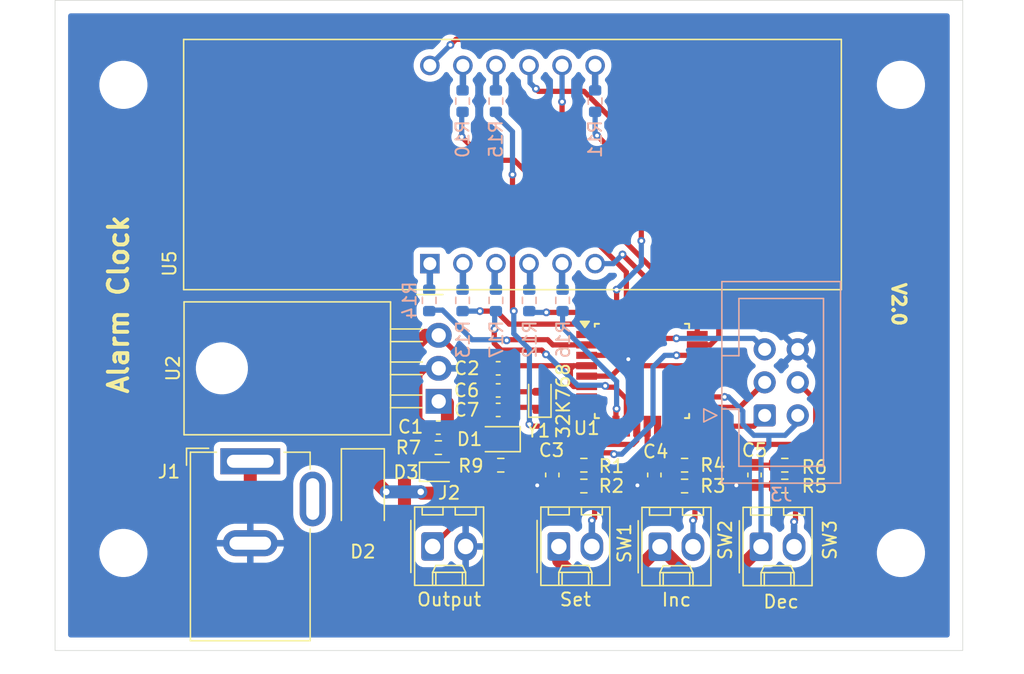
<source format=kicad_pcb>
(kicad_pcb (version 20241229) (generator "pcbnew") (generator_version "9.0")
  (layers (0 "F.Cu" signal) (2 "B.Cu" signal) (13 "F.Paste" user) (15 "B.Paste" user) (5 "F.SilkS" user "F.Silkscreen") (7 "B.SilkS" user "B.Silkscreen") (1 "F.Mask" user) (3 "B.Mask" user) (25 "Edge.Cuts" user))
  (net 0 "")
  (net 1 "+12C")
  (net 2 "GND")
  (net 3 "+5C")
  (net 4 "Net-(U1-PB1)")
  (net 5 "Net-(U1-PB2)")
  (net 6 "/MOSI")
  (net 7 "Net-(D1-A)")
  (net 8 "Net-(D2-A)")
  (net 9 "Net-(D3-A)")
  (net 10 "Net-(J2-Pin_1)")
  (net 11 "/SCK")
  (net 12 "Net-(J3-Pin_5)")
  (net 13 "/MISO")
  (net 14 "Net-(R3-Pad1)")
  (net 15 "Net-(R5-Pad1)")
  (net 16 "Net-(U5-a)")
  (net 17 "Net-(U1-PD0)")
  (net 18 "Net-(U1-PD1)")
  (net 19 "Net-(U5-b)")
  (net 20 "Net-(U1-PD2)")
  (net 21 "Net-(U5-c)")
  (net 22 "Net-(U5-d)")
  (net 23 "Net-(U1-PD3)")
  (net 24 "Net-(U5-e)")
  (net 25 "Net-(U1-PD4)")
  (net 26 "Net-(U1-PD5)")
  (net 27 "Net-(U5-f)")
  (net 28 "Net-(U1-PD6)")
  (net 29 "Net-(U5-g)")
  (net 30 "Net-(U5-DPX)")
  (net 31 "Net-(U1-PD7)")
  (net 32 "Net-(U1-ADC7)")
  (net 33 "Net-(U1-PC3)")
  (net 34 "Net-(U1-PC2)")
  (net 35 "Net-(U1-PC0)")
  (net 36 "Net-(U1-PB7{slash}XTAL2)")
  (net 39 "Net-(U1-PC1)")
  (net 41 "Net-(U1-PB6{slash}XTAL1)")
  (net 43 "Net-(R1-Pad1)")
  (footprint "Connector_BarrelJack:BarrelJack_GCT_DCJ200-10-A_Horizontal" (layer "F.Cu") (at 94.25 113.45)
    (property "Reference" "J1" (at -6.25 0.8 0) (layer "F.SilkS"))
    (property "Value" "Jack-DC")
    (pad "1" thru_hole rect (at 0 0) (size 4.6 2) (drill oval 3.6 1) (layers "*.Cu" "*.Mask") (net 8 "Net-(D2-A)"))
    (pad "2" thru_hole oval (at 0 6.3) (size 4.2 2) (drill oval 3.2 1) (layers "*.Cu" "*.Mask") (net 2 "GND"))
    (pad "3" thru_hole oval (at 4.8 2.9) (size 2 4.2) (drill oval 1 3.2) (layers "*.Cu" "*.Mask"))
  )
  (footprint "Capacitor_SMD:C_0603_1608Metric" (layer "F.Cu") (at 133 114.5 -90)
    (property "Reference" "C5" (at -1.9 0 0) (layer "F.SilkS"))
    (property "Value" "100nF")
    (pad "1" smd roundrect (at -0.775 0 270) (size 0.9 0.95) (layers "F.Cu" "F.Mask" "F.Paste") (net 5 "Net-(U1-PB2)"))
    (pad "2" smd roundrect (at 0.775 0 270) (size 0.9 0.95) (layers "F.Cu" "F.Mask" "F.Paste") (net 2 "GND"))
  )
  (footprint "Capacitor_SMD:C_0603_1608Metric" (layer "F.Cu") (at 113.3 109.5)
    (property "Reference" "C7" (at -2.425 0 0) (layer "F.SilkS"))
    (property "Value" "18pF")
    (pad "1" smd roundrect (at -0.775 0) (size 0.9 0.95) (layers "F.Cu" "F.Mask" "F.Paste") (net 2 "GND"))
    (pad "2" smd roundrect (at 0.775 0) (size 0.9 0.95) (layers "F.Cu" "F.Mask" "F.Paste") (net 36 "Net-(U1-PB7{slash}XTAL2)"))
  )
  (footprint "Resistor_SMD:R_0603_1608Metric" (layer "F.Cu") (at 108.7 112.4)
    (property "Reference" "R7" (at -2.3 0 0) (layer "F.SilkS"))
    (property "Value" "1k")
    (pad "1" smd roundrect (at -0.825 0) (size 0.8 0.95) (layers "F.Cu" "F.Mask" "F.Paste") (net 9 "Net-(D3-A)"))
    (pad "2" smd roundrect (at 0.825 0) (size 0.8 0.95) (layers "F.Cu" "F.Mask" "F.Paste") (net 1 "+12C"))
  )
  (footprint "Diode_SMD:D_SMA" (layer "F.Cu") (at 102.9 116 -90)
    (property "Reference" "D2" (at 4.4 0 180) (layer "F.SilkS"))
    (property "Value" "1N4007")
    (pad "1" smd roundrect (at -2 0 270) (size 2.5 1.8) (layers "F.Cu" "F.Mask" "F.Paste") (roundrect_rratio 0.1388888889) (net 1 "+12C"))
    (pad "2" smd roundrect (at 2 0 270) (size 2.5 1.8) (layers "F.Cu" "F.Mask" "F.Paste") (roundrect_rratio 0.1388888889) (net 8 "Net-(D2-A)"))
  )
  (footprint "Connector_Molex:Molex_KK-254_AE-6410-02A_1x02_P2.54mm_Vertical" (layer "F.Cu") (at 117.96 120)
    (property "Reference" "SW1" (at 5.04 -0.25 90) (layer "F.SilkS"))
    (property "Value" "Set" (at 1.27 4.08 0) (layer "F.SilkS"))
    (pad "1" thru_hole roundrect (at 0 0) (size 1.74 2.19) (drill 1.19) (layers "*.Cu" "*.Mask") (roundrect_rratio 0.143678) (net 3 "+5C"))
    (pad "2" thru_hole oval (at 2.54 0) (size 1.74 2.19) (drill 1.19) (layers "*.Cu" "*.Mask") (net 43 "Net-(R1-Pad1)"))
  )
  (footprint "MountingHole:MountingHole_3.2mm_M3" (layer "F.Cu") (at 144.25 84.5)
    (property "Reference" "REF**" (hide yes))
    (property "Value" "MountingHole_3.2mm_M3")
    (pad "" np_thru_hole circle (at 0 0) (size 3.2 3.2) (drill 3.2) (layers "*.Cu" "*.Mask"))
  )
  (footprint "Resistor_SMD:R_0603_1608Metric" (layer "F.Cu") (at 119.885 115.35 180)
    (property "Reference" "R2" (at -2.115 0 180) (layer "F.SilkS"))
    (property "Value" "47k")
    (pad "1" smd roundrect (at -0.825 0 180) (size 0.8 0.95) (layers "F.Cu" "F.Mask" "F.Paste") (net 43 "Net-(R1-Pad1)"))
    (pad "2" smd roundrect (at 0.825 0 180) (size 0.8 0.95) (layers "F.Cu" "F.Mask" "F.Paste") (net 2 "GND"))
  )
  (footprint "Resistor_SMD:R_0603_1608Metric" (layer "F.Cu") (at 127.625 113.75 180)
    (property "Reference" "R4" (at -2.175 0 180) (layer "F.SilkS"))
    (property "Value" "47k")
    (pad "1" smd roundrect (at -0.825 0 180) (size 0.8 0.95) (layers "F.Cu" "F.Mask" "F.Paste") (net 14 "Net-(R3-Pad1)"))
    (pad "2" smd roundrect (at 0.825 0 180) (size 0.8 0.95) (layers "F.Cu" "F.Mask" "F.Paste") (net 4 "Net-(U1-PB1)"))
  )
  (footprint "Display_7Segment:CC56-12GWA" (layer "F.Cu") (at 108.05 98.25 90)
    (property "Reference" "U5" (at 0 -20 90) (layer "F.SilkS"))
    (property "Value" "CC56-12GWA")
    (pad "1" thru_hole rect (at 0 0 90) (size 1.5 1.5) (drill 1) (layers "*.Cu" "*.Mask") (net 24 "Net-(U5-e)"))
    (pad "2" thru_hole circle (at 0 2.54 90) (size 1.5 1.5) (drill 1) (layers "*.Cu" "*.Mask") (net 22 "Net-(U5-d)"))
    (pad "3" thru_hole circle (at 0 5.08 90) (size 1.5 1.5) (drill 1) (layers "*.Cu" "*.Mask") (net 30 "Net-(U5-DPX)"))
    (pad "4" thru_hole circle (at 0 7.62 90) (size 1.5 1.5) (drill 1) (layers "*.Cu" "*.Mask") (net 21 "Net-(U5-c)"))
    (pad "5" thru_hole circle (at 0 10.16 90) (size 1.5 1.5) (drill 1) (layers "*.Cu" "*.Mask") (net 29 "Net-(U5-g)"))
    (pad "6" thru_hole circle (at 0 12.7 90) (size 1.5 1.5) (drill 1) (layers "*.Cu" "*.Mask") (net 33 "Net-(U1-PC3)"))
    (pad "7" thru_hole circle (at 15.24 12.7 90) (size 1.5 1.5) (drill 1) (layers "*.Cu" "*.Mask") (net 19 "Net-(U5-b)"))
    (pad "8" thru_hole circle (at 15.24 10.16 90) (size 1.5 1.5) (drill 1) (layers "*.Cu" "*.Mask") (net 34 "Net-(U1-PC2)"))
    (pad "9" thru_hole circle (at 15.24 7.62 90) (size 1.5 1.5) (drill 1) (layers "*.Cu" "*.Mask") (net 39 "Net-(U1-PC1)"))
    (pad "10" thru_hole circle (at 15.24 5.08 90) (size 1.5 1.5) (drill 1) (layers "*.Cu" "*.Mask") (net 27 "Net-(U5-f)"))
    (pad "11" thru_hole circle (at 15.24 2.54 90) (size 1.5 1.5) (drill 1) (layers "*.Cu" "*.Mask") (net 16 "Net-(U5-a)"))
    (pad "12" thru_hole circle (at 15.24 0 90) (size 1.5 1.5) (drill 1) (layers "*.Cu" "*.Mask") (net 35 "Net-(U1-PC0)"))
  )
  (footprint "MountingHole:MountingHole_3.2mm_M3" (layer "F.Cu") (at 84.5 120.5)
    (property "Reference" "REF**" (hide yes))
    (property "Value" "MountingHole_3.2mm_M3")
    (pad "" np_thru_hole circle (at 0 0) (size 3.2 3.2) (drill 3.2) (layers "*.Cu" "*.Mask"))
  )
  (footprint "Connector_Molex:Molex_KK-254_AE-6410-02A_1x02_P2.54mm_Vertical" (layer "F.Cu") (at 108.26 120)
    (property "Reference" "J2" (at 1.27 -4.12 0) (layer "F.SilkS"))
    (property "Value" "Output" (at 1.27 4.08 0) (layer "F.SilkS"))
    (pad "1" thru_hole roundrect (at 0 0) (size 1.74 2.19) (drill 1.19) (layers "*.Cu" "*.Mask") (roundrect_rratio 0.143678) (net 10 "Net-(J2-Pin_1)"))
    (pad "2" thru_hole oval (at 2.54 0) (size 1.74 2.19) (drill 1.19) (layers "*.Cu" "*.Mask") (net 2 "GND"))
  )
  (footprint "Resistor_SMD:R_0603_1608Metric" (layer "F.Cu") (at 119.885 113.75 180)
    (property "Reference" "R1" (at -2.115 -0.075 180) (layer "F.SilkS"))
    (property "Value" "47k")
    (pad "1" smd roundrect (at -0.825 0 180) (size 0.8 0.95) (layers "F.Cu" "F.Mask" "F.Paste") (net 43 "Net-(R1-Pad1)"))
    (pad "2" smd roundrect (at 0.825 0 180) (size 0.8 0.95) (layers "F.Cu" "F.Mask" "F.Paste") (net 32 "Net-(U1-ADC7)"))
  )
  (footprint "MountingHole:MountingHole_3.2mm_M3" (layer "F.Cu") (at 144.25 120.5)
    (property "Reference" "REF**" (hide yes))
    (property "Value" "MountingHole_3.2mm_M3")
    (pad "" np_thru_hole circle (at 0 0) (size 3.2 3.2) (drill 3.2) (layers "*.Cu" "*.Mask"))
  )
  (footprint "Capacitor_SMD:C_0603_1608Metric" (layer "F.Cu") (at 117.46 114.5 -90)
    (property "Reference" "C3" (at -1.9 0.06 0) (layer "F.SilkS"))
    (property "Value" "100nF")
    (pad "1" smd roundrect (at -0.775 0 270) (size 0.9 0.95) (layers "F.Cu" "F.Mask" "F.Paste") (net 32 "Net-(U1-ADC7)"))
    (pad "2" smd roundrect (at 0.775 0 270) (size 0.9 0.95) (layers "F.Cu" "F.Mask" "F.Paste") (net 2 "GND"))
  )
  (footprint "Capacitor_SMD:C_0603_1608Metric" (layer "F.Cu") (at 108.7 110.86 180)
    (property "Reference" "C1" (at 2.13 0.06 0) (layer "F.SilkS"))
    (property "Value" "330nF")
    (pad "1" smd roundrect (at -0.775 0 180) (size 0.9 0.95) (layers "F.Cu" "F.Mask" "F.Paste") (net 1 "+12C"))
    (pad "2" smd roundrect (at 0.775 0 180) (size 0.9 0.95) (layers "F.Cu" "F.Mask" "F.Paste") (net 2 "GND"))
  )
  (footprint "MountingHole:MountingHole_3.2mm_M3" (layer "F.Cu") (at 84.5 84.5)
    (property "Reference" "REF**" (hide yes))
    (property "Value" "MountingHole_3.2mm_M3")
    (pad "" np_thru_hole circle (at 0 0) (size 3.2 3.2) (drill 3.2) (layers "*.Cu" "*.Mask"))
  )
  (footprint "Resistor_SMD:R_0603_1608Metric" (layer "F.Cu") (at 135.325 115.35 180)
    (property "Reference" "R5" (at -2.275 0 180) (layer "F.SilkS"))
    (property "Value" "47k")
    (pad "1" smd roundrect (at -0.825 0 180) (size 0.8 0.95) (layers "F.Cu" "F.Mask" "F.Paste") (net 15 "Net-(R5-Pad1)"))
    (pad "2" smd roundrect (at 0.825 0 180) (size 0.8 0.95) (layers "F.Cu" "F.Mask" "F.Paste") (net 2 "GND"))
  )
  (footprint "Resistor_SMD:R_0603_1608Metric" (layer "F.Cu") (at 113.5 113.75 180)
    (property "Reference" "R9" (at 2.3 -0.05 0) (layer "F.SilkS"))
    (property "Value" "220")
    (pad "1" smd roundrect (at -0.825 0 180) (size 0.8 0.95) (layers "F.Cu" "F.Mask" "F.Paste") (net 10 "Net-(J2-Pin_1)"))
    (pad "2" smd roundrect (at 0.825 0 180) (size 0.8 0.95) (layers "F.Cu" "F.Mask" "F.Paste") (net 7 "Net-(D1-A)"))
  )
  (footprint "Resistor_SMD:R_0603_1608Metric" (layer "F.Cu") (at 127.625 115.35 180)
    (property "Reference" "R3" (at -2.175 0 180) (layer "F.SilkS"))
    (property "Value" "47k")
    (pad "1" smd roundrect (at -0.825 0 180) (size 0.8 0.95) (layers "F.Cu" "F.Mask" "F.Paste") (net 14 "Net-(R3-Pad1)"))
    (pad "2" smd roundrect (at 0.825 0 180) (size 0.8 0.95) (layers "F.Cu" "F.Mask" "F.Paste") (net 2 "GND"))
  )
  (footprint "Capacitor_SMD:C_0603_1608Metric" (layer "F.Cu") (at 113.3 108)
    (property "Reference" "C6" (at -2.425 0 0) (layer "F.SilkS"))
    (property "Value" "18pF")
    (pad "1" smd roundrect (at -0.775 0) (size 0.9 0.95) (layers "F.Cu" "F.Mask" "F.Paste") (net 2 "GND"))
    (pad "2" smd roundrect (at 0.775 0) (size 0.9 0.95) (layers "F.Cu" "F.Mask" "F.Paste") (net 41 "Net-(U1-PB6{slash}XTAL1)"))
  )
  (footprint "LED_SMD:LED_0603_1608Metric" (layer "F.Cu") (at 108.74 114.26)
    (property "Reference" "D3" (at -2.5175 0.04 0) (layer "F.SilkS"))
    (property "Value" "blue-smd")
    (pad "1" smd roundrect (at -0.7875 0) (size 0.875 0.95) (layers "F.Cu" "F.Mask" "F.Paste") (net 2 "GND"))
    (pad "2" smd roundrect (at 0.7875 0) (size 0.875 0.95) (layers "F.Cu" "F.Mask" "F.Paste") (net 9 "Net-(D3-A)"))
  )
  (footprint "Capacitor_SMD:C_0603_1608Metric" (layer "F.Cu") (at 125.3 114.5 -90)
    (property "Reference" "C4" (at -1.8 -0.1 0) (layer "F.SilkS"))
    (property "Value" "100nF")
    (pad "1" smd roundrect (at -0.775 0 270) (size 0.9 0.95) (layers "F.Cu" "F.Mask" "F.Paste") (net 4 "Net-(U1-PB1)"))
    (pad "2" smd roundrect (at 0.775 0 270) (size 0.9 0.95) (layers "F.Cu" "F.Mask" "F.Paste") (net 2 "GND"))
  )
  (footprint "Connector_Molex:Molex_KK-254_AE-6410-02A_1x02_P2.54mm_Vertical" (layer "F.Cu") (at 125.73 120.02)
    (property "Reference" "SW2" (at 5.02 -0.52 90) (layer "F.SilkS"))
    (property "Value" "Inc" (at 1.27 4.08 0) (layer "F.SilkS"))
    (pad "1" thru_hole roundrect (at 0 0) (size 1.74 2.19) (drill 1.19) (layers "*.Cu" "*.Mask") (roundrect_rratio 0.143678) (net 3 "+5C"))
    (pad "2" thru_hole oval (at 2.54 0) (size 1.74 2.19) (drill 1.19) (layers "*.Cu" "*.Mask") (net 14 "Net-(R3-Pad1)"))
  )
  (footprint "Package_TO_SOT_THT:TO-220-3_Horizontal_TabDown" (layer "F.Cu") (at 108.73 108.84 90)
    (property "Reference" "U2" (at 2.54 -20.41 90) (layer "F.SilkS"))
    (property "Value" "L7805")
    (pad "" np_thru_hole circle (at 2.54 -16.66 90) (size 3.5 3.5) (drill 3.5) (layers "*.Cu" "*.Mask"))
    (pad "1" thru_hole rect (at 0 0 90) (size 1.905 2) (drill 1.1) (layers "*.Cu" "*.Mask") (net 1 "+12C"))
    (pad "2" thru_hole oval (at 2.54 0 90) (size 1.905 2) (drill 1.1) (layers "*.Cu" "*.Mask") (net 2 "GND"))
    (pad "3" thru_hole oval (at 5.08 0 90) (size 1.905 2) (drill 1.1) (layers "*.Cu" "*.Mask") (net 3 "+5C"))
  )
  (footprint "Crystal:Crystal_SMD_2012-2Pin_2.0x1.2mm" (layer "F.Cu") (at 116.5 108.8 90)
    (property "Reference" "Y1" (at -2.3 -0.1 180) (layer "F.SilkS"))
    (property "Value" "32K768" (at 0 1.8 90) (layer "F.SilkS"))
    (pad "1" smd roundrect (at -0.7 0 90) (size 0.6 1.1) (layers "F.Cu" "F.Mask" "F.Paste") (net 36 "Net-(U1-PB7{slash}XTAL2)"))
    (pad "2" smd roundrect (at 0.7 0 90) (size 0.6 1.1) (layers "F.Cu" "F.Mask" "F.Paste") (net 41 "Net-(U1-PB6{slash}XTAL1)"))
  )
  (footprint "LED_SMD:LED_0805_2012Metric" (layer "F.Cu") (at 113.3125 111.75 180)
    (property "Reference" "D1" (at 2.2125 0 0) (layer "F.SilkS"))
    (property "Value" "Green-smd")
    (pad "1" smd roundrect (at -0.9375 0 180) (size 0.975 1.4) (layers "F.Cu" "F.Mask" "F.Paste") (net 2 "GND"))
    (pad "2" smd roundrect (at 0.9375 0 180) (size 0.975 1.4) (layers "F.Cu" "F.Mask" "F.Paste") (net 7 "Net-(D1-A)"))
  )
  (footprint "Connector_Molex:Molex_KK-254_AE-6410-02A_1x02_P2.54mm_Vertical" (layer "F.Cu") (at 133.5 120.02)
    (property "Reference" "SW3" (at 5.29 -0.52 90) (layer "F.SilkS"))
    (property "Value" "Dec" (at 1.54 4.23 0) (layer "F.SilkS"))
    (pad "1" thru_hole roundrect (at 0 0) (size 1.74 2.19) (drill 1.19) (layers "*.Cu" "*.Mask") (roundrect_rratio 0.143678) (net 3 "+5C"))
    (pad "2" thru_hole oval (at 2.54 0) (size 1.74 2.19) (drill 1.19) (layers "*.Cu" "*.Mask") (net 15 "Net-(R5-Pad1)"))
  )
  (footprint "Resistor_SMD:R_0603_1608Metric" (layer "F.Cu") (at 135.325 113.75 180)
    (property "Reference" "R6" (at -2.275 -0.15 180) (layer "F.SilkS"))
    (property "Value" "47k")
    (pad "1" smd roundrect (at -0.825 0 180) (size 0.8 0.95) (layers "F.Cu" "F.Mask" "F.Paste") (net 15 "Net-(R5-Pad1)"))
    (pad "2" smd roundrect (at 0.825 0 180) (size 0.8 0.95) (layers "F.Cu" "F.Mask" "F.Paste") (net 5 "Net-(U1-PB2)"))
  )
  (footprint "Package_QFP:TQFP-32_7x7mm_P0.8mm" (layer "F.Cu") (at 124.35 106.5)
    (property "Reference" "U1" (at -4.25 4.4 0) (layer "F.SilkS"))
    (property "Value" "ATmega8A-A")
    (pad "1" smd rect (at -4.25 -2.8) (size 1.6 0.55) (layers "F.Cu" "F.Mask" "F.Paste") (net 23 "Net-(U1-PD3)"))
    (pad "2" smd rect (at -4.25 -2) (size 1.6 0.55) (layers "F.Cu" "F.Mask" "F.Paste") (net 25 "Net-(U1-PD4)"))
    (pad "3" smd rect (at -4.25 -1.2) (size 1.6 0.55) (layers "F.Cu" "F.Mask" "F.Paste") (net 2 "GND"))
    (pad "4" smd rect (at -4.25 -0.4) (size 1.6 0.55) (layers "F.Cu" "F.Mask" "F.Paste") (net 3 "+5C"))
    (pad "5" smd rect (at -4.25 0.4) (size 1.6 0.55) (layers "F.Cu" "F.Mask" "F.Paste") (net 2 "GND"))
    (pad "6" smd rect (at -4.25 1.2) (size 1.6 0.55) (layers "F.Cu" "F.Mask" "F.Paste") (net 3 "+5C"))
    (pad "7" smd rect (at -4.25 2) (size 1.6 0.55) (layers "F.Cu" "F.Mask" "F.Paste") (net 41 "Net-(U1-PB6{slash}XTAL1)"))
    (pad "8" smd rect (at -4.25 2.8) (size 1.6 0.55) (layers "F.Cu" "F.Mask" "F.Paste") (net 36 "Net-(U1-PB7{slash}XTAL2)"))
    (pad "9" smd rect (at -2.8 4.25 90) (size 1.6 0.55) (layers "F.Cu" "F.Mask" "F.Paste") (net 26 "Net-(U1-PD5)"))
    (pad "10" smd rect (at -2 4.25 90) (size 1.6 0.55) (layers "F.Cu" "F.Mask" "F.Paste") (net 28 "Net-(U1-PD6)"))
    (pad "11" smd rect (at -1.2 4.25 90) (size 1.6 0.55) (layers "F.Cu" "F.Mask" "F.Paste") (net 31 "Net-(U1-PD7)"))
    (pad "12" smd rect (at -0.4 4.25 90) (size 1.6 0.55) (layers "F.Cu" "F.Mask" "F.Paste") (net 10 "Net-(J2-Pin_1)"))
    (pad "13" smd rect (at 0.4 4.25 90) (size 1.6 0.55) (layers "F.Cu" "F.Mask" "F.Paste") (net 4 "Net-(U1-PB1)"))
    (pad "14" smd rect (at 1.2 4.25 90) (size 1.6 0.55) (layers "F.Cu" "F.Mask" "F.Paste") (net 5 "Net-(U1-PB2)"))
    (pad "15" smd rect (at 2 4.25 90) (size 1.6 0.55) (layers "F.Cu" "F.Mask" "F.Paste") (net 6 "/MOSI"))
    (pad "16" smd rect (at 2.8 4.25 90) (size 1.6 0.55) (layers "F.Cu" "F.Mask" "F.Paste") (net 13 "/MISO"))
    (pad "17" smd rect (at 4.25 2.8) (size 1.6 0.55) (layers "F.Cu" "F.Mask" "F.Paste") (net 11 "/SCK"))
    (pad "18" smd rect (at 4.25 2) (size 1.6 0.55) (layers "F.Cu" "F.Mask" "F.Paste") (net 3 "+5C"))
    (pad "19" smd rect (at 4.25 1.2) (size 1.6 0.55) (layers "F.Cu" "F.Mask" "F.Paste"))
    (pad "20" smd rect (at 4.25 0.4) (size 1.6 0.55) (layers "F.Cu" "F.Mask" "F.Paste"))
    (pad "21" smd rect (at 4.25 -0.4) (size 1.6 0.55) (layers "F.Cu" "F.Mask" "F.Paste") (net 2 "GND"))
    (pad "22" smd rect (at 4.25 -1.2) (size 1.6 0.55) (layers "F.Cu" "F.Mask" "F.Paste") (net 32 "Net-(U1-ADC7)"))
    (pad "23" smd rect (at 4.25 -2) (size 1.6 0.55) (layers "F.Cu" "F.Mask" "F.Paste") (net 35 "Net-(U1-PC0)"))
    (pad "24" smd rect (at 4.25 -2.8) (size 1.6 0.55) (layers "F.Cu" "F.Mask" "F.Paste") (net 39 "Net-(U1-PC1)"))
    (pad "25" smd rect (at 2.8 -4.25 90) (size 1.6 0.55) (layers "F.Cu" "F.Mask" "F.Paste") (net 34 "Net-(U1-PC2)"))
    (pad "26" smd rect (at 2 -4.25 90) (size 1.6 0.55) (layers "F.Cu" "F.Mask" "F.Paste") (net 33 "Net-(U1-PC3)"))
    (pad "27" smd rect (at 1.2 -4.25 90) (size 1.6 0.55) (layers "F.Cu" "F.Mask" "F.Paste"))
    (pad "28" smd rect (at 0.4 -4.25 90) (size 1.6 0.55) (layers "F.Cu" "F.Mask" "F.Paste"))
    (pad "29" smd rect (at -0.4 -4.25 90) (size 1.6 0.55) (layers "F.Cu" "F.Mask" "F.Paste") (net 12 "Net-(J3-Pin_5)"))
    (pad "30" smd rect (at -1.2 -4.25 90) (size 1.6 0.55) (layers "F.Cu" "F.Mask" "F.Paste") (net 17 "Net-(U1-PD0)"))
    (pad "31" smd rect (at -2 -4.25 90) (size 1.6 0.55) (layers "F.Cu" "F.Mask" "F.Paste") (net 18 "Net-(U1-PD1)"))
    (pad "32" smd rect (at -2.8 -4.25 90) (size 1.6 0.55) (layers "F.Cu" "F.Mask" "F.Paste") (net 20 "Net-(U1-PD2)"))
  )
  (footprint "Capacitor_SMD:C_0603_1608Metric" (layer "F.Cu") (at 113.3 106.3 180)
    (property "Reference" "C2" (at 2.4 0 0) (layer "F.SilkS"))
    (property "Value" "100nF")
    (pad "1" smd roundrect (at -0.775 0 180) (size 0.9 0.95) (layers "F.Cu" "F.Mask" "F.Paste") (net 3 "+5C"))
    (pad "2" smd roundrect (at 0.775 0 180) (size 0.9 0.95) (layers "F.Cu" "F.Mask" "F.Paste") (net 2 "GND"))
  )
  (footprint "Resistor_SMD:R_0603_1608Metric" (layer "B.Cu") (at 110.5625 85.75 90)
    (property "Reference" "R10" (at -2.925 0 90) (layer "B.SilkS") (effects (justify mirror)))
    (property "Value" "150")
    (pad "1" smd roundrect (at -0.825 0 90) (size 0.8 0.95) (layers "B.Cu" "B.Mask" "B.Paste") (net 17 "Net-(U1-PD0)"))
    (pad "2" smd roundrect (at 0.825 0 90) (size 0.8 0.95) (layers "B.Cu" "B.Mask" "B.Paste") (net 16 "Net-(U5-a)"))
  )
  (footprint "Connector_IDC:IDC-Header_2x03_P2.54mm_Vertical" (layer "B.Cu") (at 133.78 109.92)
    (property "Reference" "J3" (at 1.27 6.1 0) (layer "B.SilkS") (effects (justify mirror)))
    (property "Value" "ISP")
    (pad "1" thru_hole roundrect (at 0 0) (size 1.7 1.7) (drill 1) (layers "*.Cu" "*.Mask") (roundrect_rratio 0.147059) (net 13 "/MISO"))
    (pad "2" thru_hole circle (at 2.54 0) (size 1.7 1.7) (drill 1) (layers "*.Cu" "*.Mask") (net 3 "+5C"))
    (pad "3" thru_hole circle (at 0 -2.54) (size 1.7 1.7) (drill 1) (layers "*.Cu" "*.Mask") (net 11 "/SCK"))
    (pad "4" thru_hole circle (at 2.54 -2.54) (size 1.7 1.7) (drill 1) (layers "*.Cu" "*.Mask") (net 6 "/MOSI"))
    (pad "5" thru_hole circle (at 0 -5.08) (size 1.7 1.7) (drill 1) (layers "*.Cu" "*.Mask") (net 12 "Net-(J3-Pin_5)"))
    (pad "6" thru_hole circle (at 2.54 -5.08) (size 1.7 1.7) (drill 1) (layers "*.Cu" "*.Mask") (net 2 "GND"))
  )
  (footprint "Resistor_SMD:R_0603_1608Metric" (layer "B.Cu") (at 118.25 101.075 90)
    (property "Reference" "R16" (at -3 0.05 90) (layer "B.SilkS") (effects (justify mirror)))
    (property "Value" "150")
    (pad "1" smd roundrect (at -0.825 0 90) (size 0.8 0.95) (layers "B.Cu" "B.Mask" "B.Paste") (net 28 "Net-(U1-PD6)"))
    (pad "2" smd roundrect (at 0.825 0 90) (size 0.8 0.95) (layers "B.Cu" "B.Mask" "B.Paste") (net 29 "Net-(U5-g)"))
  )
  (footprint "Resistor_SMD:R_0603_1608Metric" (layer "B.Cu") (at 110.5625 101.075 90)
    (property "Reference" "R13" (at -3 0.0375 90) (layer "B.SilkS") (effects (justify mirror)))
    (property "Value" "150")
    (pad "1" smd roundrect (at -0.825 0 90) (size 0.8 0.95) (layers "B.Cu" "B.Mask" "B.Paste") (net 23 "Net-(U1-PD3)"))
    (pad "2" smd roundrect (at 0.825 0 90) (size 0.8 0.95) (layers "B.Cu" "B.Mask" "B.Paste") (net 22 "Net-(U5-d)"))
  )
  (footprint "Resistor_SMD:R_0603_1608Metric" (layer "B.Cu") (at 113.125 85.75 90)
    (property "Reference" "R15" (at -2.925 0 90) (layer "B.SilkS") (effects (justify mirror)))
    (property "Value" "150")
    (pad "1" smd roundrect (at -0.825 0 90) (size 0.8 0.95) (layers "B.Cu" "B.Mask" "B.Paste") (net 26 "Net-(U1-PD5)"))
    (pad "2" smd roundrect (at 0.825 0 90) (size 0.8 0.95) (layers "B.Cu" "B.Mask" "B.Paste") (net 27 "Net-(U5-f)"))
  )
  (footprint "Resistor_SMD:R_0603_1608Metric" (layer "B.Cu") (at 115.6875 101.075 90)
    (property "Reference" "R12" (at -3 0.045833 90) (layer "B.SilkS") (effects (justify mirror)))
    (property "Value" "150")
    (pad "1" smd roundrect (at -0.825 0 90) (size 0.8 0.95) (layers "B.Cu" "B.Mask" "B.Paste") (net 20 "Net-(U1-PD2)"))
    (pad "2" smd roundrect (at 0.825 0 90) (size 0.8 0.95) (layers "B.Cu" "B.Mask" "B.Paste") (net 21 "Net-(U5-c)"))
  )
  (footprint "Resistor_SMD:R_0603_1608Metric" (layer "B.Cu") (at 120.75 85.75 90)
    (property "Reference" "R11" (at -2.925 0 90) (layer "B.SilkS") (effects (justify mirror)))
    (property "Value" "150")
    (pad "1" smd roundrect (at -0.825 0 90) (size 0.8 0.95) (layers "B.Cu" "B.Mask" "B.Paste") (net 18 "Net-(U1-PD1)"))
    (pad "2" smd roundrect (at 0.825 0 90) (size 0.8 0.95) (layers "B.Cu" "B.Mask" "B.Paste") (net 19 "Net-(U5-b)"))
  )
  (footprint "Resistor_SMD:R_0603_1608Metric" (layer "B.Cu") (at 113.125 101.075 90)
    (property "Reference" "R17" (at -3 0.041667 90) (layer "B.SilkS") (effects (justify mirror)))
    (property "Value" "150")
    (pad "1" smd roundrect (at -0.825 0 90) (size 0.8 0.95) (layers "B.Cu" "B.Mask" "B.Paste") (net 31 "Net-(U1-PD7)"))
    (pad "2" smd roundrect (at 0.825 0 90) (size 0.8 0.95) (layers "B.Cu" "B.Mask" "B.Paste") (net 30 "Net-(U5-DPX)"))
  )
  (footprint "Resistor_SMD:R_0603_1608Metric" (layer "B.Cu") (at 108 101.075 90)
    (property "Reference" "R14" (at 0 -1.5 90) (layer "B.SilkS") (effects (justify mirror)))
    (property "Value" "150")
    (pad "1" smd roundrect (at -0.825 0 90) (size 0.8 0.95) (layers "B.Cu" "B.Mask" "B.Paste") (net 25 "Net-(U1-PD4)"))
    (pad "2" smd roundrect (at 0.825 0 90) (size 0.8 0.95) (layers "B.Cu" "B.Mask" "B.Paste") (net 24 "Net-(U5-e)"))
  )
  (gr_rect (start 79.25 78) (end 149 128) (stroke (width 0.05)) (fill no) (layer "Edge.Cuts"))
  (gr_text "V2.0" (at 143.5 99.6 270) (layer "F.SilkS") (effects (font (size 1 1) (thickness 0.25) (bold yes)) (justify left bottom)))
  (gr_text "Alarm Clock" (at 85 108.4 90) (layer "F.SilkS") (effects (font (size 1.5 1.5) (thickness 0.3) (bold yes)) (justify left bottom)))
  (segment (start 109.27 108.84) (end 108.73 108.84) (width 1) (layer "F.Cu") (net 1))
  (segment (start 109.739996 115.9) (end 110.716 114.923996) (width 1) (layer "F.Cu") (net 1))
  (segment (start 109.4 108.97) (end 109.27 108.84) (width 1) (layer "F.Cu") (net 1))
  (segment (start 110.716 114.923996) (end 110.716 113.591) (width 1) (layer "F.Cu") (net 1))
  (segment (start 107.45 115.9) (end 109.739996 115.9) (width 1) (layer "F.Cu") (net 1))
  (segment (start 107.35 115.8) (end 107.45 115.9) (width 1) (layer "F.Cu") (net 1))
  (segment (start 102.9 114) (end 104.7 115.8) (width 1) (layer "F.Cu") (net 1))
  (segment (start 110.716 113.591) (end 109.525 112.4) (width 1) (layer "F.Cu") (net 1))
  (segment (start 109.4 112.302504) (end 109.4 108.97) (width 1) (layer "F.Cu") (net 1))
  (via (at 107.35 115.8) (size 1) (drill 0.5) (layers "F.Cu" "B.Cu") (net 1))
  (via (at 104.7 115.8) (size 1) (drill 0.5) (layers "F.Cu" "B.Cu") (net 1))
  (segment (start 107.35 115.8) (end 104.7 115.8) (width 1) (layer "B.Cu") (net 1))
  (segment (start 112.55 108) (end 112.55 109.5) (width 0.4) (layer "F.Cu") (net 2))
  (segment (start 107.024 113.354) (end 107.93 114.26) (width 0.4) (layer "F.Cu") (net 2))
  (segment (start 131.625 115.275) (end 131.6 115.3) (width 0.4) (layer "F.Cu") (net 2))
  (segment (start 126.8 115.305) (end 125.33 115.305) (width 0.4) (layer "F.Cu") (net 2))
  (segment (start 123.3 105.6) (end 123 105.3) (width 0.4) (layer "F.Cu") (net 2))
  (segment (start 112.55 108) (end 110.85 106.3) (width 0.4) (layer "F.Cu") (net 2))
  (segment (start 112.525 106.3) (end 110.85 106.3) (width 0.4) (layer "F.Cu") (net 2))
  (segment (start 125.3 115.275) (end 124.025 115.275) (width 0.4) (layer "F.Cu") (net 2))
  (segment (start 107.955 110.86) (end 107.279 110.184) (width 0.4) (layer "F.Cu") (net 2))
  (segment (start 124.025 115.275) (end 124 115.3) (width 0.4) (layer "F.Cu") (net 2))
  (segment (start 110.85 106.3) (end 108.73 106.3) (width 0.4) (layer "F.Cu") (net 2))
  (segment (start 122 106.9) (end 120.1 106.9) (width 0.4) (layer "F.Cu") (net 2))
  (segment (start 107.024 111.849804) (end 107.024 113.354) (width 0.4) (layer "F.Cu") (net 2))
  (segment (start 119.06 115.35) (end 117.535 115.35) (width 0.4) (layer "F.Cu") (net 2))
  (segment (start 107.8 106.3) (end 108.73 106.3) (width 0.4) (layer "F.Cu") (net 2))
  (segment (start 123.3 105.6) (end 123.8 106.1) (width 0.4) (layer "F.Cu") (net 2))
  (segment (start 123 105.3) (end 120.1 105.3) (width 0.4) (layer "F.Cu") (net 2))
  (segment (start 107.279 106.821) (end 107.8 106.3) (width 0.4) (layer "F.Cu") (net 2))
  (segment (start 112.55 110.05) (end 114.25 111.75) (width 0.4) (layer "F.Cu") (net 2))
  (segment (start 116.3 115.3) (end 117.435 115.3) (width 0.4) (layer "F.Cu") (net 2))
  (segment (start 123.3 105.6) (end 122 106.9) (width 0.4) (layer "F.Cu") (net 2))
  (segment (start 112.55 109.5) (end 112.55 110.05) (width 0.4) (layer "F.Cu") (net 2))
  (segment (start 133 115.275) (end 131.625 115.275) (width 0.4) (layer "F.Cu") (net 2))
  (segment (start 107.279 110.184) (end 107.279 106.821) (width 0.4) (layer "F.Cu") (net 2))
  (segment (start 107.955 110.918804) (end 107.024 111.849804) (width 0.4) (layer "F.Cu") (net 2))
  (segment (start 123.8 106.1) (end 128.6 106.1) (width 0.4) (layer "F.Cu") (net 2))
  (segment (start 133 115.275) (end 134.475 115.275) (width 0.4) (layer "F.Cu") (net 2))
  (via (at 131.6 115.3) (size 0.6) (drill 0.3) (layers "F.Cu" "B.Cu") (net 2))
  (via (at 123.3 105.6) (size 0.6) (drill 0.3) (layers "F.Cu" "B.Cu") (net 2))
  (via (at 124 115.3) (size 0.6) (drill 0.3) (layers "F.Cu" "B.Cu") (net 2))
  (via (at 116.3 115.3) (size 0.6) (drill 0.3) (layers "F.Cu" "B.Cu") (net 2))
  (segment (start 131.12 122.4) (end 133.5 120.02) (width 1) (layer "F.Cu") (net 3))
  (segment (start 120.1 107.7) (end 119.1 107.7) (width 0.4) (layer "F.Cu") (net 3))
  (segment (start 114.275 106.1) (end 119.1 106.1) (width 0.4) (layer "F.Cu") (net 3))
  (segment (start 128.6 108.5) (end 130.7 108.5) (width 0.4) (layer "F.Cu") (net 3))
  (segment (start 125.73 120.02) (end 128.11 122.4) (width 1) (layer "F.Cu") (net 3))
  (segment (start 117.96 120) (end 117.96 121.108) (width 1) (layer "F.Cu") (net 3))
  (segment (start 119.1 107.7) (end 118.849 107.449) (width 0.4) (layer "F.Cu") (net 3))
  (segment (start 108.73 103.76) (end 110.17 105.2) (width 0.4) (layer "F.Cu") (net 3))
  (segment (start 118.849 106.351) (end 119.1 106.1) (width 0.4) (layer "F.Cu") (net 3))
  (segment (start 106.073 105.427) (end 106.073 114.255496) (width 1) (layer "F.Cu") (net 3))
  (segment (start 106.073 114.255496) (end 106.1 114.282496) (width 1) (layer "F.Cu") (net 3))
  (segment (start 106.1 114.282496) (end 106.1 121.1) (width 1) (layer "F.Cu") (net 3))
  (segment (start 125.73 120.02) (end 123.904 121.846) (width 1) (layer "F.Cu") (net 3))
  (segment (start 118.849 107.449) (end 118.849 106.351) (width 0.4) (layer "F.Cu") (net 3))
  (segment (start 123.904 121.846) (end 123.854 121.846) (width 1) (layer "F.Cu") (net 3))
  (segment (start 108.73 103.76) (end 107.74 103.76) (width 1) (layer "F.Cu") (net 3))
  (segment (start 128.11 122.4) (end 131.12 122.4) (width 1) (layer "F.Cu") (net 3))
  (segment (start 107.4 122.4) (end 118.7 122.4) (width 1) (layer "F.Cu") (net 3))
  (segment (start 123.3 122.4) (end 118.7 122.4) (width 1) (layer "F.Cu") (net 3))
  (segment (start 120.1 106.1) (end 119.1 106.1) (width 0.4) (layer "F.Cu") (net 3))
  (segment (start 117.96 121.108) (end 119.252 122.4) (width 1) (layer "F.Cu") (net 3))
  (segment (start 123.854 121.846) (end 123.3 122.4) (width 1) (layer "F.Cu") (net 3))
  (segment (start 110.17 105.2) (end 112.9 105.2) (width 0.4) (layer "F.Cu") (net 3))
  (segment (start 107.74 103.76) (end 106.073 105.427) (width 1) (layer "F.Cu") (net 3))
  (segment (start 119.252 122.4) (end 118.7 122.4) (width 1) (layer "F.Cu") (net 3))
  (segment (start 106.1 121.1) (end 107.4 122.4) (width 1) (layer "F.Cu") (net 3))
  (segment (start 112.9 105.2) (end 114 106.3) (width 0.4) (layer "F.Cu") (net 3))
  (via (at 130.7 108.5) (size 0.6) (drill 0.3) (layers "F.Cu" "B.Cu") (net 3))
  (segment (start 130.7 108.5) (end 131 108.5) (width 0.4) (layer "B.Cu") (net 3))
  (segment (start 135.35 111.45) (end 136.32 110.48) (width 0.4) (layer "B.Cu") (net 3))
  (segment (start 134.1 111.45) (end 134.1 112.3) (width 0.4) (layer "B.Cu") (net 3))
  (segment (start 132.95 111.45) (end 134.1 111.45) (width 0.4) (layer "B.Cu") (net 3))
  (segment (start 132.1 110.6) (end 132.95 111.45) (width 0.4) (layer "B.Cu") (net 3))
  (segment (start 134.1 112.3) (end 133.5 112.9) (width 0.4) (layer "B.Cu") (net 3))
  (segment (start 133.5 112.9) (end 133.5 120.02) (width 0.4) (layer "B.Cu") (net 3))
  (segment (start 131 108.5) (end 132.1 109.6) (width 0.4) (layer "B.Cu") (net 3))
  (segment (start 132.1 109.6) (end 132.1 110.6) (width 0.4) (layer "B.Cu") (net 3))
  (segment (start 134.1 111.45) (end 135.35 111.45) (width 0.4) (layer "B.Cu") (net 3))
  (segment (start 124.75 113.175) (end 125.3 113.725) (width 0.4) (layer "F.Cu") (net 4))
  (segment (start 126.8 113.725) (end 125.3 113.725) (width 0.4) (layer "F.Cu") (net 4))
  (segment (start 124.75 110.75) (end 124.75 113.175) (width 0.4) (layer "F.Cu") (net 4))
  (segment (start 125.55 112.044239) (end 126.305761 112.8) (width 0.4) (layer "F.Cu") (net 5))
  (segment (start 126.305761 112.8) (end 132.075 112.8) (width 0.4) (layer "F.Cu") (net 5))
  (segment (start 125.55 110.75) (end 125.55 112.044239) (width 0.4) (layer "F.Cu") (net 5))
  (segment (start 132.075 112.8) (end 133 113.725) (width 0.4) (layer "F.Cu") (net 5))
  (segment (start 134.5 113.75) (end 133.025 113.75) (width 0.4) (layer "F.Cu") (net 5))
  (segment (start 126.35 110.75) (end 126.35 111.923585) (width 0.4) (layer "F.Cu") (net 6))
  (segment (start 136.551 112.149) (end 137.7 111) (width 0.4) (layer "F.Cu") (net 6))
  (segment (start 126.575415 112.149) (end 136.551 112.149) (width 0.4) (layer "F.Cu") (net 6))
  (segment (start 126.35 111.923585) (end 126.575415 112.149) (width 0.4) (layer "F.Cu") (net 6))
  (segment (start 137.7 108.76) (end 136.32 107.38) (width 0.4) (layer "F.Cu") (net 6))
  (segment (start 137.7 111) (end 137.7 108.76) (width 0.4) (layer "F.Cu") (net 6))
  (segment (start 112.675 113.75) (end 112.675 112.05) (width 0.4) (layer "F.Cu") (net 7))
  (segment (start 112.675 112.05) (end 112.375 111.75) (width 0.4) (layer "F.Cu") (net 7))
  (segment (start 101.5 118) (end 102.9 118) (width 1) (layer "F.Cu") (net 8))
  (segment (start 99.9 119.6) (end 101.5 118) (width 1) (layer "F.Cu") (net 8))
  (segment (start 98.4 119.6) (end 99.9 119.6) (width 1) (layer "F.Cu") (net 8))
  (segment (start 94.25 115.45) (end 98.4 119.6) (width 1) (layer "F.Cu") (net 8))
  (segment (start 94.25 113.45) (end 94.25 115.45) (width 1) (layer "F.Cu") (net 8))
  (segment (start 107.875 112.63) (end 109.505 114.26) (width 0.4) (layer "F.Cu") (net 9))
  (segment (start 123.95 110.75) (end 123.95 111.85) (width 0.4) (layer "F.Cu") (net 10))
  (segment (start 114.325 113.935) (end 108.26 120) (width 0.4) (layer "F.Cu") (net 10))
  (segment (start 115.925 112.15) (end 114.325 113.75) (width 0.4) (layer "F.Cu") (net 10))
  (segment (start 123.65 112.15) (end 115.925 112.15) (width 0.4) (layer "F.Cu") (net 10))
  (segment (start 123.95 111.85) (end 123.65 112.15) (width 0.4) (layer "F.Cu") (net 10))
  (segment (start 128.6 109.3) (end 131.86 109.3) (width 0.4) (layer "F.Cu") (net 11))
  (segment (start 131.86 109.3) (end 133.78 107.38) (width 0.4) (layer "F.Cu") (net 11))
  (segment (start 123.95 103.45) (end 123.95 102.25) (width 0.4) (layer "F.Cu") (net 12))
  (segment (start 124.5 104) (end 123.95 103.45) (width 0.4) (layer "F.Cu") (net 12))
  (segment (start 127 104) (end 124.5 104) (width 0.4) (layer "F.Cu") (net 12))
  (via (at 127 104) (size 0.6) (drill 0.3) (layers "F.Cu" "B.Cu") (net 12))
  (segment (start 132.94 104) (end 133.78 104.84) (width 0.4) (layer "B.Cu") (net 12))
  (segment (start 127 104) (end 132.94 104) (width 0.4) (layer "B.Cu") (net 12))
  (segment (start 132.95 110.75) (end 133.78 109.92) (width 0.4) (layer "F.Cu") (net 13))
  (segment (start 127.15 110.75) (end 132.95 110.75) (width 0.4) (layer "F.Cu") (net 13))
  (segment (start 128.42 117.85) (end 128.42 113.52) (width 0.4) (layer "F.Cu") (net 14))
  (segment (start 128.27 118) (end 128.42 117.85) (width 0.4) (layer "F.Cu") (net 14))
  (via (at 128.27 118) (size 0.6) (drill 0.3) (layers "F.Cu" "B.Cu") (net 14))
  (segment (start 128.27 118) (end 128.27 120.02) (width 0.4) (layer "B.Cu") (net 14))
  (segment (start 136.15 117.99) (end 136.15 113.75) (width 0.4) (layer "F.Cu") (net 15))
  (segment (start 136.04 118.1) (end 136.15 117.99) (width 0.4) (layer "F.Cu") (net 15))
  (via (at 136.04 118.1) (size 0.6) (drill 0.3) (layers "F.Cu" "B.Cu") (net 15))
  (segment (start 136.04 120.02) (end 136.04 118.4) (width 0.5) (layer "B.Cu") (net 15))
  (segment (start 136.04 118.1) (end 136.04 118.4) (width 0.4) (layer "B.Cu") (net 15))
  (segment (start 110.59 83.01) (end 110.59 84.835) (width 0.5) (layer "B.Cu") (net 16))
  (segment (start 112.3 90.3) (end 110.5 88.5) (width 0.4) (layer "F.Cu") (net 17))
  (segment (start 114.55 90.3) (end 112.3 90.3) (width 0.4) (layer "F.Cu") (net 17))
  (segment (start 123.15 102.25) (end 123.15 98.9) (width 0.4) (layer "F.Cu") (net 17))
  (segment (start 123.15 98.9) (end 114.55 90.3) (width 0.4) (layer "F.Cu") (net 17))
  (via (at 110.5 88.5) (size 0.6) (drill 0.3) (layers "F.Cu" "B.Cu") (net 17))
  (segment (start 110.5 86.575) (end 110.5 88.5) (width 0.4) (layer "B.Cu") (net 17))
  (segment (start 122.4 101.325) (end 122.35 101.375) (width 0.4) (layer "F.Cu") (net 18))
  (segment (start 124.3 96.5) (end 124.3 91.8) (width 0.4) (layer "F.Cu") (net 18))
  (segment (start 124.3 91.8) (end 120.9 88.4) (width 0.4) (layer "F.Cu") (net 18))
  (segment (start 122.35 101.375) (end 122.35 102.25) (width 0.4) (layer "F.Cu") (net 18))
  (segment (start 122.4 100.25) (end 122.4 101.325) (width 0.4) (layer "F.Cu") (net 18))
  (via (at 120.9 88.4) (size 0.6) (drill 0.3) (layers "F.Cu" "B.Cu") (net 18))
  (via (at 124.3 96.5) (size 0.6) (drill 0.3) (layers "F.Cu" "B.Cu") (net 18))
  (via (at 122.4 100.25) (size 0.6) (drill 0.3) (layers "F.Cu" "B.Cu") (net 18))
  (segment (start 122.4 100.25) (end 124.3 98.35) (width 0.4) (layer "B.Cu") (net 18))
  (segment (start 120.75 88.25) (end 120.9 88.4) (width 0.4) (layer "B.Cu") (net 18))
  (segment (start 124.3 98.35) (end 124.3 96.5) (width 0.4) (layer "B.Cu") (net 18))
  (segment (start 120.75 86.575) (end 120.75 88.25) (width 0.4) (layer "B.Cu") (net 18))
  (segment (start 120.75 83.01) (end 120.75 84.925) (width 0.5) (layer "B.Cu") (net 19))
  (segment (start 117 102) (end 121.3 102) (width 0.4) (layer "F.Cu") (net 20))
  (segment (start 121.3 102) (end 121.55 102.25) (width 0.4) (layer "F.Cu") (net 20))
  (via (at 117 102) (size 0.6) (drill 0.3) (layers "F.Cu" "B.Cu") (net 20))
  (segment (start 115.925 102) (end 115.75 101.825) (width 0.4) (layer "B.Cu") (net 20))
  (segment (start 117 102) (end 115.925 102) (width 0.4) (layer "B.Cu") (net 20))
  (segment (start 115.75 100.175) (end 115.75 98.33) (width 0.5) (layer "B.Cu") (net 21))
  (segment (start 110.59 98.25) (end 110.59 100.16) (width 0.5) (layer "B.Cu") (net 22))
  (segment (start 119.3 102.9) (end 120.1 103.7) (width 0.4) (layer "F.Cu") (net 23))
  (segment (start 113.15 101.9) (end 114.15 102.9) (width 0.4) (layer "F.Cu") (net 23))
  (segment (start 114.15 102.9) (end 119.3 102.9) (width 0.4) (layer "F.Cu") (net 23))
  (segment (start 111.9 101.9) (end 113.15 101.9) (width 0.4) (layer "F.Cu") (net 23))
  (via (at 111.9 101.9) (size 0.6) (drill 0.3) (layers "F.Cu" "B.Cu") (net 23))
  (segment (start 111.9 101.9) (end 110.5 101.9) (width 0.4) (layer "B.Cu") (net 23))
  (segment (start 108.05 98.25) (end 108.05 100.125) (width 0.5) (layer "B.Cu") (net 24))
  (segment (start 117.5 104.5) (end 120.1 104.5) (width 0.4) (layer "F.Cu") (net 25))
  (segment (start 114 104.1) (end 117.1 104.1) (width 0.4) (layer "F.Cu") (net 25))
  (segment (start 113.95 104.15) (end 114 104.1) (width 0.4) (layer "F.Cu") (net 25))
  (segment (start 117.1 104.1) (end 117.5 104.5) (width 0.4) (layer "F.Cu") (net 25))
  (via (at 113.95 104.15) (size 0.6) (drill 0.3) (layers "F.Cu" "B.Cu") (net 25))
  (segment (start 113.85 104.1) (end 111.298804 104.1) (width 0.4) (layer "B.Cu") (net 25))
  (segment (start 113.9 104.15) (end 113.85 104.1) (width 0.4) (layer "B.Cu") (net 25))
  (segment (start 111.298804 104.1) (end 109.023804 101.825) (width 0.4) (layer "B.Cu") (net 25))
  (segment (start 113.95 104.15) (end 113.9 104.15) (width 0.4) (layer "B.Cu") (net 25))
  (segment (start 109.023804 101.825) (end 108 101.825) (width 0.4) (layer "B.Cu") (net 25))
  (segment (start 115.7 110.6) (end 115.85 110.75) (width 0.4) (layer "F.Cu") (net 26))
  (segment (start 115.85 110.75) (end 121.55 110.75) (width 0.4) (layer "F.Cu") (net 26))
  (segment (start 114.4 101.8) (end 114.5 101.9) (width 0.4) (layer "F.Cu") (net 26))
  (segment (start 114.4 91.4) (end 114.4 101.8) (width 0.4) (layer "F.Cu") (net 26))
  (via (at 115.7 110.6) (size 0.6) (drill 0.3) (layers "F.Cu" "B.Cu") (net 26))
  (via (at 114.5 101.9) (size 0.6) (drill 0.3) (layers "F.Cu" "B.Cu") (net 26))
  (via (at 114.4 91.4) (size 0.6) (drill 0.3) (layers "F.Cu" "B.Cu") (net 26))
  (segment (start 114.4 91.4) (end 114.4 88.099) (width 0.4) (layer "B.Cu") (net 26))
  (segment (start 114.5 101.9) (end 114.5 103.637925) (width 0.4) (layer "B.Cu") (net 26))
  (segment (start 114.4 88.099) (end 113.125 86.824) (width 0.4) (layer "B.Cu") (net 26))
  (segment (start 115.7 104.837925) (end 115.7 110.6) (width 0.4) (layer "B.Cu") (net 26))
  (segment (start 114.5 103.637925) (end 115.7 104.837925) (width 0.4) (layer "B.Cu") (net 26))
  (segment (start 113.125 86.824) (end 113.125 86.575) (width 0.4) (layer "B.Cu") (net 26))
  (segment (start 113.13 83.01) (end 113.13 84.795) (width 0.5) (layer "B.Cu") (net 27))
  (segment (start 122.4 109.4) (end 122.4 109.55) (width 0.4) (layer "F.Cu") (net 28))
  (segment (start 122.4 109.55) (end 122.35 109.6) (width 0.4) (layer "F.Cu") (net 28))
  (segment (start 122.35 109.6) (end 122.35 110.75) (width 0.4) (layer "F.Cu") (net 28))
  (via (at 122.4 109.4) (size 0.6) (drill 0.3) (layers "F.Cu" "B.Cu") (net 28))
  (segment (start 118.25 103.15) (end 118.25 101.9) (width 0.4) (layer "B.Cu") (net 28))
  (segment (start 122.4 107.3) (end 118.25 103.15) (width 0.4) (layer "B.Cu") (net 28))
  (segment (start 122.4 109.4) (end 122.4 107.3) (width 0.4) (layer "B.Cu") (net 28))
  (segment (start 118.21 98.25) (end 118.21 100.21) (width 0.5) (layer "B.Cu") (net 29))
  (segment (start 113.03 100.175) (end 113.03 98.35) (width 0.5) (layer "B.Cu") (net 30))
  (segment (start 113.520654 104.9) (end 116.65 104.9) (width 0.4) (layer "F.Cu") (net 31))
  (segment (start 113.03 103.27) (end 113 103.3) (width 0.4) (layer "F.Cu") (net 31))
  (segment (start 113 104.379346) (end 113.520654 104.9) (width 0.4) (layer "F.Cu") (net 31))
  (segment (start 113 103.3) (end 113 104.379346) (width 0.4) (layer "F.Cu") (net 31))
  (segment (start 122.25 107.75) (end 123.15 108.65) (width 0.4) (layer "F.Cu") (net 31))
  (segment (start 121.625 107.75) (end 122.25 107.75) (width 0.4) (layer "F.Cu") (net 31))
  (segment (start 123.15 108.65) (end 123.15 110.75) (width 0.4) (layer "F.Cu") (net 31))
  (segment (start 121.525 107.65) (end 121.625 107.75) (width 0.4) (layer "F.Cu") (net 31))
  (segment (start 116.65 104.9) (end 116.977607 105.227607) (width 0.4) (layer "F.Cu") (net 31))
  (via (at 113.03 103.27) (size 0.6) (drill 0.3) (layers "F.Cu" "B.Cu") (net 31))
  (via (at 121.525 107.65) (size 0.6) (drill 0.3) (layers "F.Cu" "B.Cu") (net 31))
  (via (at 116.977607 105.227607) (size 0.6) (drill 0.3) (layers "F.Cu" "B.Cu") (net 31))
  (segment (start 113.03 103.27) (end 113.03 101.825) (width 0.4) (layer "B.Cu") (net 31))
  (segment (start 117.027607 105.227607) (end 119.4 107.6) (width 0.4) (layer "B.Cu") (net 31))
  (segment (start 116.977607 105.227607) (end 117.027607 105.227607) (width 0.4) (layer "B.Cu") (net 31))
  (segment (start 119.4 107.6) (end 121.475 107.6) (width 0.4) (layer "B.Cu") (net 31))
  (segment (start 121.475 107.6) (end 121.525 107.65) (width 0.4) (layer "B.Cu") (net 31))
  (segment (start 127 105.3) (end 128.6 105.3) (width 0.4) (layer "F.Cu") (net 32))
  (segment (start 122.1 112.8) (end 119.985 112.8) (width 0.4) (layer "F.Cu") (net 32))
  (segment (start 122.2 112.9) (end 122.1 112.8) (width 0.4) (layer "F.Cu") (net 32))
  (segment (start 119.06 113.725) (end 117.46 113.725) (width 0.4) (layer "F.Cu") (net 32))
  (segment (start 119.985 112.8) (end 119.06 113.725) (width 0.4) (layer "F.Cu") (net 32))
  (via (at 127 105.3) (size 0.6) (drill 0.3) (layers "F.Cu" "B.Cu") (net 32))
  (via (at 122.2 112.9) (size 0.6) (drill 0.3) (layers "F.Cu" "B.Cu") (net 32))
  (segment (start 122.8 112.9) (end 122.2 112.9) (width 0.4) (layer "B.Cu") (net 32))
  (segment (start 127 105.3) (end 126.1 105.3) (width 0.4) (layer "B.Cu") (net 32))
  (segment (start 126.1 105.3) (end 125.2 106.2) (width 0.4) (layer "B.Cu") (net 32))
  (segment (start 125.2 106.2) (end 125.2 110.5) (width 0.4) (layer "B.Cu") (net 32))
  (segment (start 125.2 110.5) (end 122.8 112.9) (width 0.4) (layer "B.Cu") (net 32))
  (segment (start 122.855331 97.544669) (end 126.35 101.039338) (width 0.4) (layer "F.Cu") (net 33))
  (segment (start 126.35 101.039338) (end 126.35 102.25) (width 0.4) (layer "F.Cu") (net 33))
  (via (at 122.855331 97.544669) (size 0.6) (drill 0.3) (layers "F.Cu" "B.Cu") (net 33))
  (segment (start 122.855331 97.544669) (end 122.15 98.25) (width 0.4) (layer "B.Cu") (net 33))
  (segment (start 122.15 98.25) (end 120.75 98.25) (width 0.4) (layer "B.Cu") (net 33))
  (segment (start 118.21 85.8) (end 118.21 91.71) (width 0.4) (layer "F.Cu") (net 34))
  (segment (start 127.15 100.65) (end 127.15 102.25) (width 0.4) (layer "F.Cu") (net 34))
  (segment (start 118.21 91.71) (end 127.15 100.65) (width 0.4) (layer "F.Cu") (net 34))
  (via (at 118.21 85.8) (size 0.6) (drill 0.3) (layers "F.Cu" "B.Cu") (net 34))
  (segment (start 118.21 85.8) (end 118.21 83.01) (width 0.4) (layer "B.Cu") (net 34))
  (segment (start 109.63 81.43) (end 110.06 81) (width 0.4) (layer "F.Cu") (net 35))
  (segment (start 129.6 104.5) (end 128.6 104.5) (width 0.4) (layer "F.Cu") (net 35))
  (segment (start 110.06 81) (end 122 81) (width 0.4) (layer "F.Cu") (net 35))
  (segment (start 130.25 89.25) (end 130.25 103.85) (width 0.4) (layer "F.Cu") (net 35))
  (segment (start 130.25 103.85) (end 129.6 104.5) (width 0.4) (layer "F.Cu") (net 35))
  (segment (start 122 81) (end 130.25 89.25) (width 0.4) (layer "F.Cu") (net 35))
  (via (at 109.63 81.43) (size 0.6) (drill 0.3) (layers "F.Cu" "B.Cu") (net 35))
  (segment (start 109.63 81.43) (end 108.05 83.01) (width 0.4) (layer "B.Cu") (net 35))
  (segment (start 120.1 109.3) (end 114.3 109.3) (width 0.4) (layer "F.Cu") (net 36))
  (segment (start 114.3 109.3) (end 114.1 109.5) (width 0.4) (layer "F.Cu") (net 36))
  (segment (start 116.4 85) (end 119.9 85) (width 0.4) (layer "F.Cu") (net 39))
  (segment (start 128.6 93.7) (end 128.6 103.7) (width 0.4) (layer "F.Cu") (net 39))
  (segment (start 119.9 85) (end 128.6 93.7) (width 0.4) (layer "F.Cu") (net 39))
  (segment (start 116.2 84.8) (end 116.4 85) (width 0.4) (layer "F.Cu") (net 39))
  (via (at 116.2 84.8) (size 0.6) (drill 0.3) (layers "F.Cu" "B.Cu") (net 39))
  (segment (start 116.2 84.8) (end 115.75 84.35) (width 0.4) (layer "B.Cu") (net 39))
  (segment (start 115.75 84.35) (end 115.75 83.09) (width 0.4) (layer "B.Cu") (net 39))
  (segment (start 117.9 108.5) (end 117.5 108.1) (width 0.4) (layer "F.Cu") (net 41))
  (segment (start 117.5 108.1) (end 114.2 108.1) (width 0.4) (layer "F.Cu") (net 41))
  (segment (start 114.2 108.1) (end 114.1 108) (width 0.4) (layer "F.Cu") (net 41))
  (segment (start 120.1 108.5) (end 117.9 108.5) (width 0.4) (layer "F.Cu") (net 41))
  (segment (start 120.71 117.79) (end 120.71 113.875) (width 0.4) (layer "F.Cu") (net 43))
  (segment (start 120.5 118) (end 120.71 117.79) (width 0.4) (layer "F.Cu") (net 43))
  (via (at 120.5 118) (size 0.6) (drill 0.3) (layers "F.Cu" "B.Cu") (net 43))
  (segment (start 120.5 118) (end 120.5 120) (width 0.5) (layer "B.Cu") (net 43))
  (zone (net 2) (net_name "GND") (layer "B.Cu") (connect_pads (clearance 0.5)) (min_thickness 0.4) (fill yes (thermal_gap 0.5) (thermal_bridge_width 0.5))
    (polygon (pts (xy 148.9 78.1) (xy 148.8 127.9) (xy 79.4 127.8) (xy 79.3 78.1)))
  )
)
</source>
